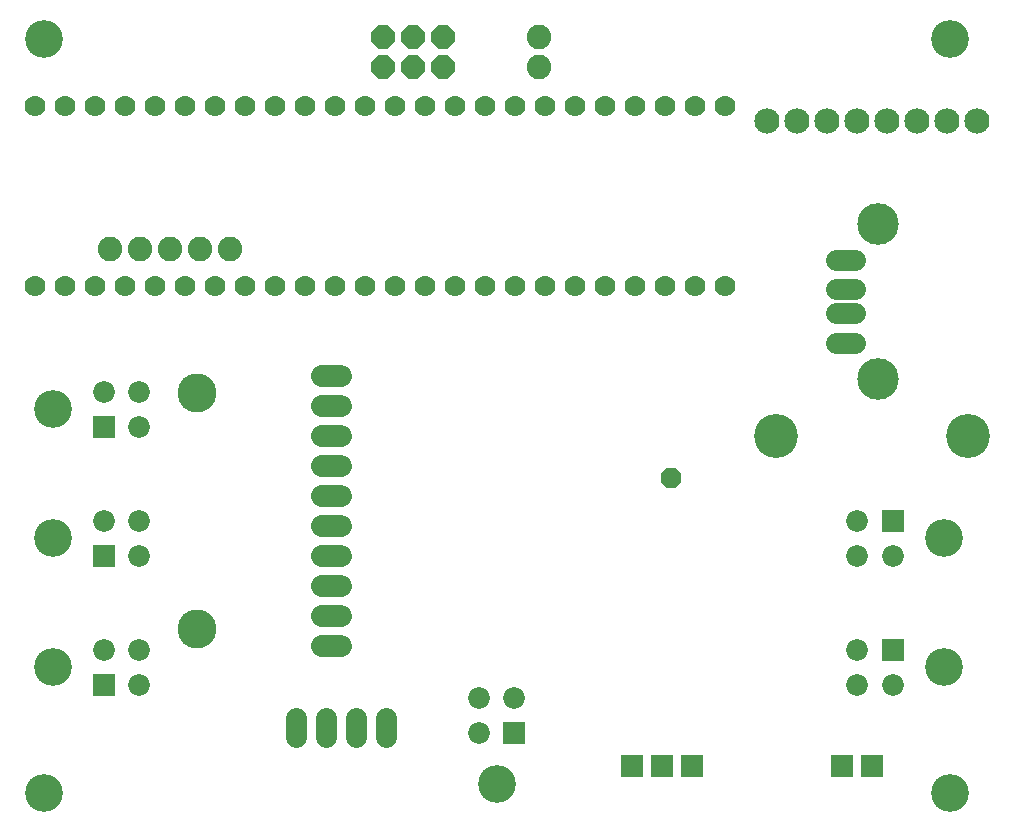
<source format=gbs>
G75*
%MOIN*%
%OFA0B0*%
%FSLAX25Y25*%
%IPPOS*%
%LPD*%
%AMOC8*
5,1,8,0,0,1.08239X$1,22.5*
%
%ADD10C,0.12612*%
%ADD11R,0.07216X0.07216*%
%ADD12C,0.07216*%
%ADD13C,0.12611*%
%ADD14C,0.07000*%
%ADD15R,0.07531X0.07531*%
%ADD16C,0.08400*%
%ADD17C,0.14643*%
%ADD18OC8,0.08000*%
%ADD19C,0.07137*%
%ADD20C,0.07200*%
%ADD21C,0.13005*%
%ADD22C,0.08200*%
%ADD23C,0.06940*%
%ADD24C,0.13855*%
%ADD25OC8,0.06737*%
D10*
X0028000Y0037000D03*
X0028000Y0288465D03*
X0330000Y0288465D03*
X0330000Y0037000D03*
D11*
X0310992Y0084906D03*
X0310992Y0127906D03*
X0184906Y0057008D03*
X0048008Y0073094D03*
X0048008Y0116094D03*
X0048008Y0159094D03*
D12*
X0059819Y0159094D03*
X0059819Y0170906D03*
X0048008Y0170906D03*
X0048008Y0127906D03*
X0059819Y0127906D03*
X0059819Y0116094D03*
X0059819Y0084906D03*
X0048008Y0084906D03*
X0059819Y0073094D03*
X0173094Y0068819D03*
X0173094Y0057008D03*
X0184906Y0068819D03*
X0299181Y0073094D03*
X0310992Y0073094D03*
X0299181Y0084906D03*
X0299181Y0116094D03*
X0310992Y0116094D03*
X0299181Y0127906D03*
D13*
X0328000Y0122000D03*
X0328000Y0079000D03*
X0179000Y0040000D03*
X0031000Y0079000D03*
X0031000Y0122000D03*
X0031000Y0165000D03*
D14*
X0035000Y0206000D03*
X0045000Y0206000D03*
X0055000Y0206000D03*
X0065000Y0206000D03*
X0075000Y0206000D03*
X0085000Y0206000D03*
X0095000Y0206000D03*
X0105000Y0206000D03*
X0115000Y0206000D03*
X0125000Y0206000D03*
X0135000Y0206000D03*
X0145000Y0206000D03*
X0155000Y0206000D03*
X0165000Y0206000D03*
X0175000Y0206000D03*
X0185000Y0206000D03*
X0195000Y0206000D03*
X0205000Y0206000D03*
X0215000Y0206000D03*
X0225000Y0206000D03*
X0235000Y0206000D03*
X0245000Y0206000D03*
X0255000Y0206000D03*
X0255000Y0266000D03*
X0245000Y0266000D03*
X0235000Y0266000D03*
X0225000Y0266000D03*
X0215000Y0266000D03*
X0205000Y0266000D03*
X0195000Y0266000D03*
X0185000Y0266000D03*
X0175000Y0266000D03*
X0165000Y0266000D03*
X0155000Y0266000D03*
X0145000Y0266000D03*
X0135000Y0266000D03*
X0125000Y0266000D03*
X0115000Y0266000D03*
X0105000Y0266000D03*
X0095000Y0266000D03*
X0085000Y0266000D03*
X0075000Y0266000D03*
X0065000Y0266000D03*
X0055000Y0266000D03*
X0045000Y0266000D03*
X0035000Y0266000D03*
X0025000Y0266000D03*
X0025000Y0206000D03*
D15*
X0224000Y0046000D03*
X0234000Y0046000D03*
X0244000Y0046000D03*
X0294000Y0046000D03*
X0304000Y0046000D03*
D16*
X0299000Y0261000D03*
X0289000Y0261000D03*
X0279000Y0261000D03*
X0269000Y0261000D03*
X0309000Y0261000D03*
X0319000Y0261000D03*
X0329000Y0261000D03*
X0339000Y0261000D03*
D17*
X0336000Y0156000D03*
X0272000Y0156000D03*
D18*
X0161000Y0279000D03*
X0161000Y0289000D03*
X0151000Y0289000D03*
X0141000Y0289000D03*
X0141000Y0279000D03*
X0151000Y0279000D03*
D19*
X0142000Y0062169D02*
X0142000Y0055831D01*
X0132000Y0055831D02*
X0132000Y0062169D01*
X0122000Y0062169D02*
X0122000Y0055831D01*
X0112000Y0055831D02*
X0112000Y0062169D01*
D20*
X0120800Y0086000D02*
X0127200Y0086000D01*
X0127200Y0096000D02*
X0120800Y0096000D01*
X0120800Y0106000D02*
X0127200Y0106000D01*
X0127200Y0116000D02*
X0120800Y0116000D01*
X0120800Y0126000D02*
X0127200Y0126000D01*
X0127200Y0136000D02*
X0120800Y0136000D01*
X0120800Y0146000D02*
X0127200Y0146000D01*
X0127200Y0156000D02*
X0120800Y0156000D01*
X0120800Y0166000D02*
X0127200Y0166000D01*
X0127200Y0176000D02*
X0120800Y0176000D01*
D21*
X0079000Y0170488D03*
X0079000Y0091748D03*
D22*
X0080000Y0218500D03*
X0090000Y0218500D03*
X0070000Y0218500D03*
X0060000Y0218500D03*
X0050000Y0218500D03*
X0193000Y0279000D03*
X0193000Y0289000D03*
D23*
X0292261Y0214780D02*
X0298401Y0214780D01*
X0298401Y0204937D02*
X0292261Y0204937D01*
X0292261Y0197063D02*
X0298401Y0197063D01*
X0298401Y0187220D02*
X0292261Y0187220D01*
D24*
X0306000Y0175134D03*
X0306000Y0226866D03*
D25*
X0237000Y0142000D03*
M02*

</source>
